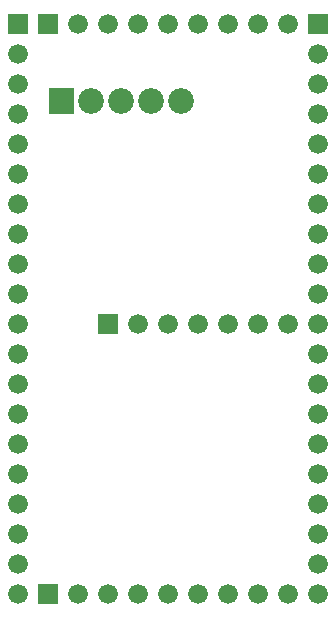
<source format=gbr>
G04 start of page 7 for group -4062 idx -4062 *
G04 Title: (unknown), soldermask *
G04 Creator: pcb 20140316 *
G04 CreationDate: Mon 23 Mar 2015 03:55:12 PM GMT UTC *
G04 For: fosse *
G04 Format: Gerber/RS-274X *
G04 PCB-Dimensions (mil): 1600.00 3000.00 *
G04 PCB-Coordinate-Origin: lower left *
%MOIN*%
%FSLAX25Y25*%
%LNBOTTOMMASK*%
%ADD36C,0.0860*%
%ADD35C,0.0660*%
%ADD34C,0.0001*%
G54D34*G36*
X136700Y283300D02*Y276700D01*
X143300D01*
Y283300D01*
X136700D01*
G37*
G54D35*X140000Y270000D03*
Y260000D03*
Y250000D03*
Y240000D03*
Y230000D03*
Y220000D03*
Y210000D03*
G54D34*G36*
X36700Y283300D02*Y276700D01*
X43300D01*
Y283300D01*
X36700D01*
G37*
G36*
X46700D02*Y276700D01*
X53300D01*
Y283300D01*
X46700D01*
G37*
G54D35*X60000Y280000D03*
X40000Y270000D03*
Y260000D03*
Y250000D03*
Y240000D03*
G54D34*G36*
X50200Y258800D02*Y250200D01*
X58800D01*
Y258800D01*
X50200D01*
G37*
G54D35*X70000Y280000D03*
X80000D03*
X90000D03*
X100000D03*
X110000D03*
X120000D03*
X130000D03*
G54D36*X64500Y254500D03*
X74500D03*
X84500D03*
X94500D03*
G54D35*X80000Y90000D03*
X90000D03*
X100000D03*
X110000D03*
G54D34*G36*
X46700Y93300D02*Y86700D01*
X53300D01*
Y93300D01*
X46700D01*
G37*
G54D35*X60000Y90000D03*
X70000D03*
X120000D03*
X130000D03*
X140000D03*
X40000D03*
X140000Y200000D03*
Y190000D03*
X130000Y180000D03*
X140000D03*
Y170000D03*
Y160000D03*
Y150000D03*
Y140000D03*
Y130000D03*
Y120000D03*
Y110000D03*
Y100000D03*
X40000Y230000D03*
Y220000D03*
Y210000D03*
Y200000D03*
Y190000D03*
Y180000D03*
Y170000D03*
Y160000D03*
Y150000D03*
Y140000D03*
Y130000D03*
Y120000D03*
Y110000D03*
Y100000D03*
G54D34*G36*
X66700Y183300D02*Y176700D01*
X73300D01*
Y183300D01*
X66700D01*
G37*
G54D35*X80000Y180000D03*
X90000D03*
X100000D03*
X110000D03*
X120000D03*
M02*

</source>
